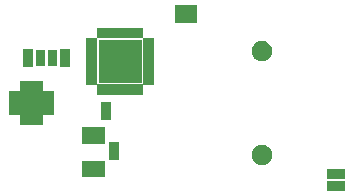
<source format=gbr>
G04 #@! TF.GenerationSoftware,KiCad,Pcbnew,5.0.0-rc2-be01b52~65~ubuntu16.04.1*
G04 #@! TF.CreationDate,2018-07-13T18:02:19-04:00*
G04 #@! TF.ProjectId,motor controller,6D6F746F7220636F6E74726F6C6C6572,rev?*
G04 #@! TF.SameCoordinates,Original*
G04 #@! TF.FileFunction,Soldermask,Bot*
G04 #@! TF.FilePolarity,Negative*
%FSLAX46Y46*%
G04 Gerber Fmt 4.6, Leading zero omitted, Abs format (unit mm)*
G04 Created by KiCad (PCBNEW 5.0.0-rc2-be01b52~65~ubuntu16.04.1) date Fri Jul 13 18:02:19 2018*
%MOMM*%
%LPD*%
G01*
G04 APERTURE LIST*
%ADD10C,0.100000*%
G04 APERTURE END LIST*
D10*
G36*
X35066600Y-16428600D02*
X33513400Y-16428600D01*
X33513400Y-15575400D01*
X35066600Y-15575400D01*
X35066600Y-16428600D01*
X35066600Y-16428600D01*
G37*
G36*
X35066600Y-15412600D02*
X33513400Y-15412600D01*
X33513400Y-14559400D01*
X35066600Y-14559400D01*
X35066600Y-15412600D01*
X35066600Y-15412600D01*
G37*
G36*
X14741600Y-15301600D02*
X12738400Y-15301600D01*
X12738400Y-13878400D01*
X14741600Y-13878400D01*
X14741600Y-15301600D01*
X14741600Y-15301600D01*
G37*
G36*
X28251903Y-12569587D02*
X28409068Y-12634687D01*
X28550513Y-12729198D01*
X28670802Y-12849487D01*
X28765313Y-12990932D01*
X28830413Y-13148097D01*
X28863600Y-13314943D01*
X28863600Y-13485057D01*
X28830413Y-13651903D01*
X28765313Y-13809068D01*
X28670802Y-13950513D01*
X28550513Y-14070802D01*
X28409068Y-14165313D01*
X28251903Y-14230413D01*
X28085057Y-14263600D01*
X27914943Y-14263600D01*
X27748097Y-14230413D01*
X27590932Y-14165313D01*
X27449487Y-14070802D01*
X27329198Y-13950513D01*
X27234687Y-13809068D01*
X27169587Y-13651903D01*
X27136400Y-13485057D01*
X27136400Y-13314943D01*
X27169587Y-13148097D01*
X27234687Y-12990932D01*
X27329198Y-12849487D01*
X27449487Y-12729198D01*
X27590932Y-12634687D01*
X27748097Y-12569587D01*
X27914943Y-12536400D01*
X28085057Y-12536400D01*
X28251903Y-12569587D01*
X28251903Y-12569587D01*
G37*
G36*
X15920600Y-13864100D02*
X15067400Y-13864100D01*
X15067400Y-12310900D01*
X15920600Y-12310900D01*
X15920600Y-13864100D01*
X15920600Y-13864100D01*
G37*
G36*
X14741600Y-12441600D02*
X12738400Y-12441600D01*
X12738400Y-11018400D01*
X14741600Y-11018400D01*
X14741600Y-12441600D01*
X14741600Y-12441600D01*
G37*
G36*
X9476600Y-7972600D02*
X9477576Y-7982511D01*
X9480467Y-7992040D01*
X9485161Y-8000823D01*
X9491479Y-8008521D01*
X9499177Y-8014839D01*
X9507960Y-8019533D01*
X9517489Y-8022424D01*
X9527400Y-8023400D01*
X10401600Y-8023400D01*
X10401600Y-9976600D01*
X9527400Y-9976600D01*
X9517489Y-9977576D01*
X9507960Y-9980467D01*
X9499177Y-9985161D01*
X9491479Y-9991479D01*
X9485161Y-9999177D01*
X9480467Y-10007960D01*
X9477576Y-10017489D01*
X9476600Y-10027400D01*
X9476600Y-10901600D01*
X7523400Y-10901600D01*
X7523400Y-10027400D01*
X7522424Y-10017489D01*
X7519533Y-10007960D01*
X7514839Y-9999177D01*
X7508521Y-9991479D01*
X7500823Y-9985161D01*
X7492040Y-9980467D01*
X7482511Y-9977576D01*
X7472600Y-9976600D01*
X6598400Y-9976600D01*
X6598400Y-8023400D01*
X7472600Y-8023400D01*
X7482511Y-8022424D01*
X7492040Y-8019533D01*
X7500823Y-8014839D01*
X7508521Y-8008521D01*
X7514839Y-8000823D01*
X7519533Y-7992040D01*
X7522424Y-7982511D01*
X7523400Y-7972600D01*
X7523400Y-7098400D01*
X9476600Y-7098400D01*
X9476600Y-7972600D01*
X9476600Y-7972600D01*
G37*
G36*
X15196600Y-10444100D02*
X14343400Y-10444100D01*
X14343400Y-8890900D01*
X15196600Y-8890900D01*
X15196600Y-10444100D01*
X15196600Y-10444100D01*
G37*
G36*
X17976600Y-3442600D02*
X17977576Y-3452511D01*
X17980467Y-3462040D01*
X17985161Y-3470823D01*
X17991479Y-3478521D01*
X17999177Y-3484839D01*
X18007960Y-3489533D01*
X18017489Y-3492424D01*
X18027400Y-3493400D01*
X18851600Y-3493400D01*
X18851600Y-7446600D01*
X18027400Y-7446600D01*
X18017489Y-7447576D01*
X18007960Y-7450467D01*
X17999177Y-7455161D01*
X17991479Y-7461479D01*
X17985161Y-7469177D01*
X17980467Y-7477960D01*
X17977576Y-7487489D01*
X17976600Y-7497400D01*
X17976600Y-8321600D01*
X14023400Y-8321600D01*
X14023400Y-7497400D01*
X14022424Y-7487489D01*
X14019533Y-7477960D01*
X14014839Y-7469177D01*
X14008521Y-7461479D01*
X14000823Y-7455161D01*
X13992040Y-7450467D01*
X13982511Y-7447576D01*
X13972600Y-7446600D01*
X13148400Y-7446600D01*
X13148400Y-3572400D01*
X14051600Y-3572400D01*
X14051600Y-7367600D01*
X14052576Y-7377511D01*
X14055467Y-7387040D01*
X14060161Y-7395823D01*
X14066479Y-7403521D01*
X14074177Y-7409839D01*
X14082960Y-7414533D01*
X14092489Y-7417424D01*
X14102400Y-7418400D01*
X17897600Y-7418400D01*
X17907511Y-7417424D01*
X17917040Y-7414533D01*
X17925823Y-7409839D01*
X17933521Y-7403521D01*
X17939839Y-7395823D01*
X17944533Y-7387040D01*
X17947424Y-7377511D01*
X17948400Y-7367600D01*
X17948400Y-3572400D01*
X17947424Y-3562489D01*
X17944533Y-3552960D01*
X17939839Y-3544177D01*
X17933521Y-3536479D01*
X17925823Y-3530161D01*
X17917040Y-3525467D01*
X17907511Y-3522576D01*
X17897600Y-3521600D01*
X14102400Y-3521600D01*
X14092489Y-3522576D01*
X14082960Y-3525467D01*
X14074177Y-3530161D01*
X14066479Y-3536479D01*
X14060161Y-3544177D01*
X14055467Y-3552960D01*
X14052576Y-3562489D01*
X14051600Y-3572400D01*
X13148400Y-3572400D01*
X13148400Y-3493400D01*
X13972600Y-3493400D01*
X13982511Y-3492424D01*
X13992040Y-3489533D01*
X14000823Y-3484839D01*
X14008521Y-3478521D01*
X14014839Y-3470823D01*
X14019533Y-3462040D01*
X14022424Y-3452511D01*
X14023400Y-3442600D01*
X14023400Y-2618400D01*
X17976600Y-2618400D01*
X17976600Y-3442600D01*
X17976600Y-3442600D01*
G37*
G36*
X17826600Y-7296600D02*
X14173400Y-7296600D01*
X14173400Y-3643400D01*
X17826600Y-3643400D01*
X17826600Y-7296600D01*
X17826600Y-7296600D01*
G37*
G36*
X11776600Y-5990100D02*
X10923400Y-5990100D01*
X10923400Y-4436900D01*
X11776600Y-4436900D01*
X11776600Y-5990100D01*
X11776600Y-5990100D01*
G37*
G36*
X8656600Y-5976600D02*
X7803400Y-5976600D01*
X7803400Y-4423400D01*
X8656600Y-4423400D01*
X8656600Y-5976600D01*
X8656600Y-5976600D01*
G37*
G36*
X9641600Y-5901600D02*
X8888400Y-5901600D01*
X8888400Y-4498400D01*
X9641600Y-4498400D01*
X9641600Y-5901600D01*
X9641600Y-5901600D01*
G37*
G36*
X10691600Y-5901600D02*
X9938400Y-5901600D01*
X9938400Y-4498400D01*
X10691600Y-4498400D01*
X10691600Y-5901600D01*
X10691600Y-5901600D01*
G37*
G36*
X28251903Y-3769587D02*
X28409068Y-3834687D01*
X28550513Y-3929198D01*
X28670802Y-4049487D01*
X28765313Y-4190932D01*
X28830413Y-4348097D01*
X28863600Y-4514943D01*
X28863600Y-4685057D01*
X28830413Y-4851903D01*
X28765313Y-5009068D01*
X28670802Y-5150513D01*
X28550513Y-5270802D01*
X28409068Y-5365313D01*
X28251903Y-5430413D01*
X28085057Y-5463600D01*
X27914943Y-5463600D01*
X27748097Y-5430413D01*
X27590932Y-5365313D01*
X27449487Y-5270802D01*
X27329198Y-5150513D01*
X27234687Y-5009068D01*
X27169587Y-4851903D01*
X27136400Y-4685057D01*
X27136400Y-4514943D01*
X27169587Y-4348097D01*
X27234687Y-4190932D01*
X27329198Y-4049487D01*
X27449487Y-3929198D01*
X27590932Y-3834687D01*
X27748097Y-3769587D01*
X27914943Y-3736400D01*
X28085057Y-3736400D01*
X28251903Y-3769587D01*
X28251903Y-3769587D01*
G37*
G36*
X22476600Y-2251600D02*
X20673400Y-2251600D01*
X20673400Y-698400D01*
X22476600Y-698400D01*
X22476600Y-2251600D01*
X22476600Y-2251600D01*
G37*
M02*

</source>
